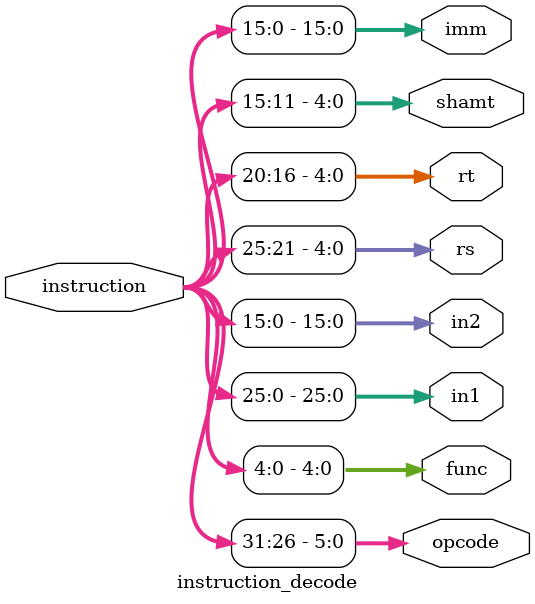
<source format=v>
`timescale 1ns / 1ps
/* 
    * Assignment - 6
    * Problem - 3
    * Semester - 5 (Autumn)
    * Group - 56
    * Group members - Utsav Mehta (20CS10069) and Vibhu (20CS10072)
*/

// The module to slice the 32-bit instructuion into separate fields to decode the instruction
module instruction_decode (instruction, opcode, func, in1, in2, rs, rt, shamt, imm);

    input [31:0] instruction;
    output [5:0] opcode;
    output [4:0] func;
    output [25:0] in1;
    output [15:0] in2;
    output [4:0] rs;
    output [4:0] rt;
    output [4:0] shamt;
    output [15:0] imm;

    assign opcode = instruction[31:26];     // Opcode
    assign func = instruction[4:0];         // Function code
    assign in1 = instruction[25:0];      // Jump address for 26-bit addresses
    assign in2 = instruction[15:0];      // Jump address for 16-bit addresses
    assign rs = instruction[25:21];         // Register rs
    assign rt = instruction[20:16];         // Register rt
    assign shamt = instruction[15:11];      // Shift amount
    assign imm = instruction[15:0];         // Immediate value
    
endmodule
</source>
